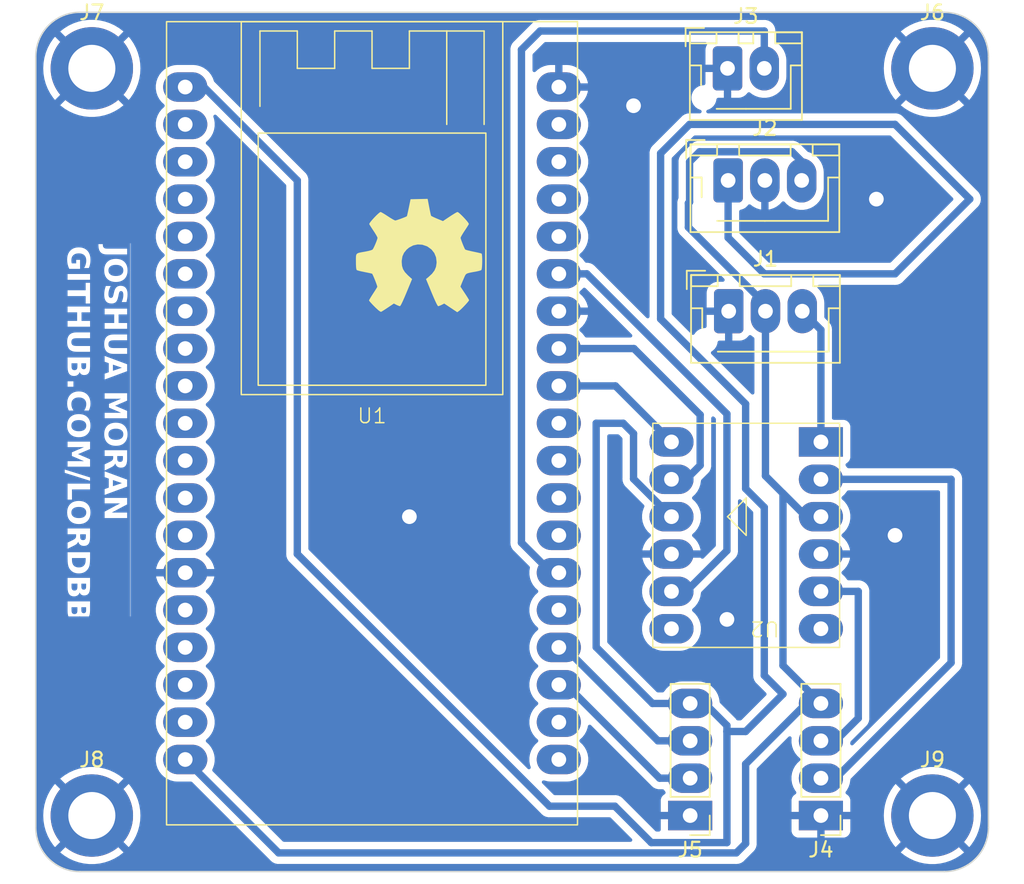
<source format=kicad_pcb>
(kicad_pcb (version 20221018) (generator pcbnew)
  (layers (0 "F.Cu" signal) (31 "B.Cu" signal) (34 "B.Paste" user) (35 "F.Paste" user) (36 "B.SilkS" user "B.Silkscreen") (37 "F.SilkS" user "F.Silkscreen") (38 "B.Mask" user) (39 "F.Mask" user) (44 "Edge.Cuts" user))
  (net 0 "")
  (net 1 "GND")
  (net 2 "+5V")
  (net 3 "Net-(J1-Pin_3)")
  (net 4 "+3.3V")
  (net 5 "Net-(J3-Pin_2)")
  (net 6 "Net-(J4-Pin_2)")
  (net 7 "Net-(J4-Pin_3)")
  (net 8 "Net-(J5-Pin_2)")
  (net 9 "Net-(J5-Pin_3)")
  (net 31 "Net-(U1-G18)")
  (net 32 "Net-(U1-G19)")
  (net 33 "Net-(U1-G21)")
  (footprint "Aliexpress:LogicLevelShifterBidirectional" (layer "F.Cu") (at 200.7 100.33 180)
    (fp_text reference "U2" (at -1.27 -7.62 180 unlocked) (layer "F.SilkS") (effects (font (thickness 0.1))))
    (fp_text value "~")
    (fp_line (start 0 -1.27) (end 1.27 0) (stroke (width 0.1)) (layer "F.SilkS"))
    (fp_line (start 0 1.27) (end 0 -1.27) (stroke (width 0.1)) (layer "F.SilkS"))
    (fp_line (start 1.27 0) (end 0 1.27) (stroke (width 0.1)) (layer "F.SilkS"))
    (fp_rect (start -6.35 -8.89) (end 6.35 6.35) (stroke (width 0.1)) (fill none) (layer "F.SilkS"))
    (pad "1" thru_hole rect (at -5.08 5.08 180) (size 3 2) (drill 1) (layers "*.Cu" "*.Mask") (net 3 "Net-(J1-Pin_3)"))
    (pad "2" thru_hole oval (at -5.08 2.54 180) (size 3 2) (drill 1) (layers "*.Cu" "*.Mask") (net 6 "Net-(J4-Pin_2)"))
    (pad "3" thru_hole oval (at -5.08 0 180) (size 3 2) (drill 1) (layers "*.Cu" "*.Mask") (net 2 "+5V"))
    (pad "4" thru_hole oval (at -5.08 -2.54 180) (size 3 2) (drill 1) (layers "*.Cu" "*.Mask") (net 1 "GND"))
    (pad "5" thru_hole oval (at -5.08 -5.08 180) (size 3 2) (drill 1) (layers "*.Cu" "*.Mask") (net 7 "Net-(J4-Pin_3)"))
    (pad "6" thru_hole oval (at -5.08 -7.62 180) (size 3 2) (drill 1) (layers "*.Cu" "*.Mask"))
    (pad "7" thru_hole oval (at 5.08 5.08 180) (size 3 2) (drill 1) (layers "*.Cu" "*.Mask") (net 31 "Net-(U1-G18)"))
    (pad "8" thru_hole oval (at 5.08 2.54 180) (size 3 2) (drill 1) (layers "*.Cu" "*.Mask") (net 32 "Net-(U1-G19)"))
    (pad "9" thru_hole oval (at 5.08 0 180) (size 3 2) (drill 1) (layers "*.Cu" "*.Mask") (net 4 "+3.3V"))
    (pad "10" thru_hole oval (at 5.08 -2.54 180) (size 3 2) (drill 1) (layers "*.Cu" "*.Mask") (net 1 "GND"))
    (pad "11" thru_hole oval (at 5.08 -5.08 180) (size 3 2) (drill 1) (layers "*.Cu" "*.Mask") (net 33 "Net-(U1-G21)"))
    (pad "12" thru_hole oval (at 5.08 -7.62 180) (size 3 2) (drill 1) (layers "*.Cu" "*.Mask"))
  )
  (footprint "LOGO" (layer "F.Cu") (at 178.435 82.55)
    (fp_text reference "G***" hide)
    (fp_text value "LOGO" hide)
    (fp_poly (pts (xy 0.711353 -3.271538) (xy 0.753131 -3.058126) (xy 0.79127 -2.87643) (xy 0.821821 -2.744383) (xy 0.840837 -2.679921) (xy 0.842078 -2.677694) (xy 0.89192 -2.645343) (xy 1.004763 -2.589362) (xy 1.161005 -2.519163) (xy 1.256905 -2.478497) (xy 1.646383 -2.316649) (xy 2.10942 -2.626275) (xy 2.291177 -2.744616) (xy 2.449978 -2.842083) (xy 2.569435 -2.909023) (xy 2.633161 -2.935783) (xy 2.635081 -2.935902) (xy 2.696744 -2.905051) (xy 2.797738 -2.822845) (xy 2.923435 -2.704802) (xy 3.059208 -2.566438) (xy 3.190428 -2.423271) (xy 3.302469 -2.29082) (xy 3.380703 -2.184602) (xy 3.410503 -2.120135) (xy 3.409617 -2.114223) (xy 3.375296 -2.05149) (xy 3.302384 -1.933693) (xy 3.202489 -1.77922) (xy 3.115562 -1.648452) (xy 3.005417 -1.478316) (xy 2.917141 -1.32992) (xy 2.861261 -1.221723) (xy 2.846935 -1.177423) (xy 2.863513 -1.105093) (xy 2.906585 -0.976858) (xy 2.966164 -0.817953) (xy 3.032261 -0.653616) (xy 3.094886 -0.509081) (xy 3.144051 -0.409586) (xy 3.160971 -0.384037) (xy 3.215889 -0.360544) (xy 3.339692 -0.325315) (xy 3.513853 -0.28317) (xy 3.713776 -0.240163) (xy 3.91986 -0.196919) (xy 4.094471 -0.157703) (xy 4.218797 -0.126914) (xy 4.273522 -0.109281) (xy 4.294036 -0.053701) (xy 4.307782 0.069023) (xy 4.315032 0.237349) (xy 4.316061 0.429734) (xy 4.311141 0.624636) (xy 4.300545 0.80051) (xy 4.284547 0.935815) (xy 4.263419 1.009008) (xy 4.259282 1.013769) (xy 4.188686 1.045052) (xy 4.059355 1.081251) (xy 3.914536 1.111601) (xy 3.654714 1.158247) (xy 3.467626 1.195) (xy 3.338664 1.228894) (xy 3.253219 1.266964) (xy 3.196686 1.316245) (xy 3.154454 1.383771) (xy 3.111918 1.476576) (xy 3.099792 1.503951) (xy 3.023419 1.679034) (xy 2.948869 1.855791) (xy 2.911404 1.947981) (xy 2.835808 2.138868) (xy 3.130514 2.581499) (xy 3.245197 2.756792) (xy 3.339035 2.906022) (xy 3.402288 3.013291) (xy 3.425219 3.062549) (xy 3.395815 3.114827) (xy 3.318015 3.212119) (xy 3.207439 3.337659) (xy 3.079706 3.474677) (xy 2.950435 3.606406) (xy 2.835245 3.716077) (xy 2.75189 3.785414) (xy 2.619068 3.879992) (xy 2.1764 3.585262) (xy 1.733732 3.290532) (xy 1.55813 3.380117) (xy 1.436426 3.435373) (xy 1.341047 3.466891) (xy 1.320022 3.469702) (xy 1.281246 3.428763) (xy 1.214267 3.309261) (xy 1.121484 3.116175) (xy 1.005293 2.85448) (xy 0.875339 2.546673) (xy 0.493163 1.623643) (xy 0.6577 1.490193) (xy 0.904692 1.262539) (xy 1.073667 1.037411) (xy 1.173543 0.79843) (xy 1.213236 0.529219) (xy 1.214762 0.467075) (xy 1.175706 0.142834) (xy 1.057393 -0.144757) (xy 0.864792 -0.387699) (xy 0.602874 -0.577995) (xy 0.547622 -0.606593) (xy 0.242058 -0.709498) (xy -0.068687 -0.727827) (xy -0.370739 -0.663906) (xy -0.650224 -0.520061) (xy -0.820938 -0.377147) (xy -0.999787 -0.157973) (xy -1.107193 0.079947) (xy -1.152605 0.360362) (xy -1.15559 0.464152) (xy -1.135922 0.726897) (xy -1.067688 0.948983) (xy -0.939806 1.153524) (xy -0.741193 1.363634) (xy -0.711115 1.391194) (xy -0.451289 1.626323) (xy -0.832219 2.548013) (xy -0.968002 2.869838) (xy -1.082765 3.127927) (xy -1.174092 3.317263) (xy -1.23957 3.432824) (xy -1.275597 3.469702) (xy -1.351667 3.450507) (xy -1.468093 3.402332) (xy -1.514412 3.379727) (xy -1.690779 3.289751) (xy -2.091785 3.559387) (xy -2.262186 3.672263) (xy -2.409942 3.767013) (xy -2.516697 3.832049) (xy -2.559349 3.854563) (xy -2.62447 3.834575) (xy -2.742539 3.746827) (xy -2.91116 3.59322) (xy -3.003321 3.502689) (xy -3.149933 3.352496) (xy -3.269975 3.222705) (xy -3.351044 3.127209) (xy -3.380735 3.07994) (xy -3.357574 3.026394) (xy -3.294798 2.916041) (xy -3.202465 2.765881) (xy -3.109324 2.621268) (xy -2.997801 2.449557) (xy -2.904628 2.30259) (xy -2.840735 2.197832) (xy -2.817809 2.155544) (xy -2.827485 2.100595) (xy -2.864502 1.985999) (xy -2.920265 1.833497) (xy -2.986176 1.664827) (xy -3.053637 1.501727) (xy -3.114051 1.365936) (xy -3.158822 1.279193) (xy -3.170973 1.262535) (xy -3.219824 1.247059) (xy -3.337656 1.21971) (xy -3.505925 1.184571) (xy -3.674625 1.151653) (xy -3.876039 1.110422) (xy -4.047332 1.069648) (xy -4.168049 1.034551) (xy -4.214798 1.013797) (xy -4.241924 0.953975) (xy -4.25972 0.823084) (xy -4.268832 0.614458) (xy -4.270403 0.438286) (xy -4.271482 0.217773) (xy -4.26612 0.06186) (xy -4.241417 -0.043284) (xy -4.184475 -0.11149) (xy -4.082394 -0.15659) (xy -3.922275 -0.192415) (xy -3.691219 -0.232796) (xy -3.635375 -0.242633) (xy -3.443341 -0.281643) (xy -3.281174 -0.323506) (xy -3.171251 -0.361988) (xy -3.139783 -0.380757) (xy -3.092032 -0.453305) (xy -3.02636 -0.5834) (xy -2.953746 -0.745118) (xy -2.885167 -0.912533) (xy -2.8316 -1.059723) (xy -2.804022 -1.160761) (xy -2.802452 -1.177423) (xy -2.826213 -1.242088) (xy -2.890477 -1.361167) (xy -2.984717 -1.5162) (xy -3.071079 -1.648452) (xy -3.183727 -1.818513) (xy -3.278226 -1.965888) (xy -3.342967 -2.072191) (xy -3.365134 -2.114223) (xy -3.345389 -2.169262) (xy -3.274776 -2.268985) (xy -3.1679 -2.397841) (xy -3.039367 -2.540279) (xy -2.903783 -2.680749) (xy -2.775754 -2.803699) (xy -2.669884 -2.89358) (xy -2.600781 -2.934839) (xy -2.593394 -2.935902) (xy -2.534504 -2.912306) (xy -2.419402 -2.848184) (xy -2.265105 -2.753533) (xy -2.101187 -2.64676) (xy -1.923769 -2.532346) (xy -1.767479 -2.43932) (xy -1.650093 -2.37777) (xy -1.591778 -2.357618) (xy -1.524794 -2.372756) (xy -1.401633 -2.412091) (xy -1.246914 -2.466503) (xy -1.085256 -2.526872) (xy -0.94128 -2.584077) (xy -0.839606 -2.629) (xy -0.806539 -2.648494) (xy -0.791966 -2.695717) (xy -0.763729 -2.813389) (xy -0.725656 -2.984725) (xy -0.681571 -3.192943) (xy -0.673089 -3.234032) (xy -0.556042 -3.803327) (xy 0.024967 -3.815681) (xy 0.605976 -3.828034)) (fill solid) (layer "F.SilkS"))
  )
  (footprint "MountingHole:MountingHole_3.2mm_M3_DIN965_Pad" (layer "F.Cu") (at 213.36 120.65)
    (fp_text reference "J9" (at 0 -3.8) (layer "F.SilkS"))
    (fp_text value "Conn_01x01_Pin")
    (pad "1" thru_hole circle (at 0 0) (size 5.6 5.6) (drill 3.2) (layers "*.Cu" "*.Mask") (net 1 "GND"))
  )
  (footprint "ESPModule:ESPModuleJaycar" (layer "F.Cu") (at 175.26 93.98)
    (fp_text reference "U1" (at 0 -0.5 unlocked) (layer "F.SilkS") (effects (font (thickness 0.1))))
    (fp_text value "~")
    (fp_line (start -7.62 -26.67) (end -5.08 -26.67) (stroke (width 0.1)) (layer "F.SilkS"))
    (fp_line (start -7.62 -21.5508) (end -7.62 -26.67) (stroke (width 0.1)) (layer "F.SilkS"))
    (fp_line (start -5.08 -26.67) (end -5.08 -24.13) (stroke (width 0.1)) (layer "F.SilkS"))
    (fp_line (start -5.08 -24.13) (end -2.54 -24.13) (stroke (width 0.1)) (layer "F.SilkS"))
    (fp_line (start -2.54 -26.67) (end 0 -26.67) (stroke (width 0.1)) (layer "F.SilkS"))
    (fp_line (start -2.54 -24.13) (end -2.54 -26.67) (stroke (width 0.1)) (layer "F.SilkS"))
    (fp_line (start 0 -26.67) (end 0 -24.13) (stroke (width 0.1)) (layer "F.SilkS"))
    (fp_line (start 0 -24.13) (end 2.54 -24.13) (stroke (width 0.1)) (layer "F.SilkS"))
    (fp_line (start 2.54 -26.67) (end 5.08 -26.67) (stroke (width 0.1)) (layer "F.SilkS"))
    (fp_line (start 2.54 -24.13) (end 2.54 -26.67) (stroke (width 0.1)) (layer "F.SilkS"))
    (fp_line (start 5.08 -26.67) (end 5.08 -20.32) (stroke (width 0.1)) (layer "F.SilkS"))
    (fp_line (start 5.08 -26.67) (end 7.62 -26.67) (stroke (width 0.1)) (layer "F.SilkS"))
    (fp_line (start 7.62 -26.67) (end 7.62 -20.32) (stroke (width 0.1)) (layer "F.SilkS"))
    (fp_rect (start -13.97 27.305) (end 13.97 -27.305) (stroke (width 0.1)) (fill none) (layer "F.SilkS"))
    (fp_rect (start -8.89 -27.305) (end 8.89 -1.95) (stroke (width 0.1)) (fill none) (layer "F.SilkS"))
    (fp_rect (start -7.74 -19.73) (end 7.74 -2.585) (stroke (width 0.1)) (fill none) (layer "F.SilkS"))
    (pad "1" thru_hole oval (at -12.7 22.86) (size 3 2) (drill 1) (layers "*.Cu" "*.Mask") (net 2 "+5V"))
    (pad "2" thru_hole oval (at -12.7 20.32) (size 3 2) (drill 1) (layers "*.Cu" "*.Mask"))
    (pad "3" thru_hole oval (at -12.7 17.78) (size 3 2) (drill 1) (layers "*.Cu" "*.Mask"))
    (pad "4" thru_hole oval (at -12.7 15.24) (size 3 2) (drill 1) (layers "*.Cu" "*.Mask"))
    (pad "5" thru_hole oval (at -12.7 12.7) (size 3 2) (drill 1) (layers "*.Cu" "*.Mask"))
    (pad "6" thru_hole oval (at -12.7 10.16) (size 3 2) (drill 1) (layers "*.Cu" "*.Mask") (net 1 "GND"))
    (pad "7" thru_hole oval (at -12.7 7.62) (size 3 2) (drill 1) (layers "*.Cu" "*.Mask"))
    (pad "8" thru_hole oval (at -12.7 5.08) (size 3 2) (drill 1) (layers "*.Cu" "*.Mask"))
    (pad "9" thru_hole oval (at -12.7 2.54) (size 3 2) (drill 1) (layers "*.Cu" "*.Mask"))
    (pad "10" thru_hole oval (at -12.7 0) (size 3 2) (drill 1) (layers "*.Cu" "*.Mask"))
    (pad "11" thru_hole oval (at -12.7 -2.54) (size 3 2) (drill 1) (layers "*.Cu" "*.Mask"))
    (pad "12" thru_hole oval (at -12.7 -5.08) (size 3 2) (drill 1) (layers "*.Cu" "*.Mask"))
    (pad "13" thru_hole oval (at -12.7 -7.62) (size 3 2) (drill 1) (layers "*.Cu" "*.Mask"))
    (pad "14" thru_hole oval (at -12.7 -10.16) (size 3 2) (drill 1) (layers "*.Cu" "*.Mask"))
    (pad "15" thru_hole oval (at -12.7 -12.7) (size 3 2) (drill 1) (layers "*.Cu" "*.Mask"))
    (pad "16" thru_hole oval (at -12.7 -15.24) (size 3 2) (drill 1) (layers "*.Cu" "*.Mask"))
    (pad "17" thru_hole oval (at -12.7 -17.78) (size 3 2) (drill 1) (layers "*.Cu" "*.Mask"))
    (pad "18" thru_hole oval (at -12.7 -20.32) (size 3 2) (drill 1) (layers "*.Cu" "*.Mask"))
    (pad "19" thru_hole oval (at -12.7 -22.86) (size 3 2) (drill 1) (layers "*.Cu" "*.Mask") (net 4 "+3.3V"))
    (pad "20" thru_hole oval (at 12.7 22.86) (size 3 2) (drill 1) (layers "*.Cu" "*.Mask"))
    (pad "21" thru_hole oval (at 12.7 20.32) (size 3 2) (drill 1) (layers "*.Cu" "*.Mask"))
    (pad "22" thru_hole oval (at 12.7 17.78) (size 3 2) (drill 1) (layers "*.Cu" "*.Mask") (net 8 "Net-(J5-Pin_2)"))
    (pad "23" thru_hole oval (at 12.7 15.24) (size 3 2) (drill 1) (layers "*.Cu" "*.Mask") (net 9 "Net-(J5-Pin_3)"))
    (pad "24" thru_hole oval (at 12.7 12.7) (size 3 2) (drill 1) (layers "*.Cu" "*.Mask"))
    (pad "25" thru_hole oval (at 12.7 10.16) (size 3 2) (drill 1) (layers "*.Cu" "*.Mask") (net 5 "Net-(J3-Pin_2)"))
    (pad "26" thru_hole oval (at 12.7 7.62) (size 3 2) (drill 1) (layers "*.Cu" "*.Mask"))
    (pad "27" thru_hole oval (at 12.7 5.08) (size 3 2) (drill 1) (layers "*.Cu" "*.Mask"))
    (pad "28" thru_hole oval (at 12.7 2.54) (size 3 2) (drill 1) (layers "*.Cu" "*.Mask"))
    (pad "29" thru_hole oval (at 12.7 0) (size 3 2) (drill 1) (layers "*.Cu" "*.Mask"))
    (pad "30" thru_hole oval (at 12.7 -2.54) (size 3 2) (drill 1) (layers "*.Cu" "*.Mask") (net 31 "Net-(U1-G18)"))
    (pad "31" thru_hole oval (at 12.7 -5.08) (size 3 2) (drill 1) (layers "*.Cu" "*.Mask") (net 32 "Net-(U1-G19)"))
    (pad "32" thru_hole oval (at 12.7 -7.62) (size 3 2) (drill 1) (layers "*.Cu" "*.Mask") (net 1 "GND"))
    (pad "33" thru_hole oval (at 12.7 -10.16) (size 3 2) (drill 1) (layers "*.Cu" "*.Mask") (net 33 "Net-(U1-G21)"))
    (pad "34" thru_hole oval (at 12.7 -12.7) (size 3 2) (drill 1) (layers "*.Cu" "*.Mask"))
    (pad "35" thru_hole oval (at 12.7 -15.24) (size 3 2) (drill 1) (layers "*.Cu" "*.Mask"))
    (pad "36" thru_hole oval (at 12.7 -17.78) (size 3 2) (drill 1) (layers "*.Cu" "*.Mask"))
    (pad "37" thru_hole oval (at 12.7 -20.32) (size 3 2) (drill 1) (layers "*.Cu" "*.Mask"))
    (pad "38" thru_hole oval (at 12.7 -22.86) (size 3 2) (drill 1) (layers "*.Cu" "*.Mask") (net 1 "GND"))
  )
  (footprint "Connector_JST:JST_XH_B2B-XH-AM_1x02_P2.50mm_Vertical" (layer "F.Cu") (at 199.43 69.85)
    (fp_text reference "J3" (at 1.25 -3.55) (layer "F.SilkS"))
    (fp_text value "Conn_01x02_Pin")
    (fp_line (start -2.85 -2.75) (end -2.85 -1.5) (stroke (width 0.12)) (layer "F.SilkS"))
    (fp_line (start -2.56 -2.46) (end -2.56 3.51) (stroke (width 0.12)) (layer "F.SilkS"))
    (fp_line (start -2.56 3.51) (end 5.06 3.51) (stroke (width 0.12)) (layer "F.SilkS"))
    (fp_line (start -2.55 -2.45) (end -2.55 -1.7) (stroke (width 0.12)) (layer "F.SilkS"))
    (fp_line (start -2.55 -1.7) (end -0.75 -1.7) (stroke (width 0.12)) (layer "F.SilkS"))
    (fp_line (start -2.55 -0.2) (end -1.8 -0.2) (stroke (width 0.12)) (layer "F.SilkS"))
    (fp_line (start -1.8 -0.2) (end -1.8 1.14) (stroke (width 0.12)) (layer "F.SilkS"))
    (fp_line (start -1.6 -2.75) (end -2.85 -2.75) (stroke (width 0.12)) (layer "F.SilkS"))
    (fp_line (start -0.75 -2.45) (end -2.55 -2.45) (stroke (width 0.12)) (layer "F.SilkS"))
    (fp_line (start -0.75 -1.7) (end -0.75 -2.45) (stroke (width 0.12)) (layer "F.SilkS"))
    (fp_line (start 0.75 -2.45) (end 0.75 -1.7) (stroke (width 0.12)) (layer "F.SilkS"))
    (fp_line (start 0.75 -1.7) (end 1.75 -1.7) (stroke (width 0.12)) (layer "F.SilkS"))
    (fp_line (start 1.25 2.75) (end -0.74 2.75) (stroke (width 0.12)) (layer "F.SilkS"))
    (fp_line (start 1.75 -2.45) (end 0.75 -2.45) (stroke (width 0.12)) (layer "F.SilkS"))
    (fp_line (start 1.75 -1.7) (end 1.75 -2.45) (stroke (width 0.12)) (layer "F.SilkS"))
    (fp_line (start 3.25 -2.45) (end 3.25 -1.7) (stroke (width 0.12)) (layer "F.SilkS"))
    (fp_line (start 3.25 -1.7) (end 5.05 -1.7) (stroke (width 0.12)) (layer "F.SilkS"))
    (fp_line (start 4.3 -0.2) (end 4.3 2.75) (stroke (width 0.12)) (layer "F.SilkS"))
    (fp_line (start 4.3 2.75) (end 1.25 2.75) (stroke (width 0.12)) (layer "F.SilkS"))
    (fp_line (start 5.05 -2.45) (end 3.25 -2.45) (stroke (width 0.12)) (layer "F.SilkS"))
    (fp_line (start 5.05 -1.7) (end 5.05 -2.45) (stroke (width 0.12)) (layer "F.SilkS"))
    (fp_line (start 5.05 -0.2) (end 4.3 -0.2) (stroke (width 0.12)) (layer "F.SilkS"))
    (fp_line (start 5.06 -2.46) (end -2.56 -2.46) (stroke (width 0.12)) (layer "F.SilkS"))
    (fp_line (start 5.06 3.51) (end 5.06 -2.46) (stroke (width 0.12)) (layer "F.SilkS"))
    (pad "" np_thru_hole circle (at -1.6 2) (size 1.2 1.2) (drill 1.2) (layers "*.Cu" "*.Mask"))
    (pad "1" thru_hole roundrect (at 0 0) (size 2 3) (drill 1) (layers "*.Cu" "*.Mask") (roundrect_rratio 0.147059) (net 1 "GND"))
    (pad "2" thru_hole oval (at 2.5 0) (size 2 3) (drill 1) (layers "*.Cu" "*.Mask") (net 5 "Net-(J3-Pin_2)"))
  )
  (footprint "MountingHole:MountingHole_3.2mm_M3_DIN965_Pad" (layer "F.Cu") (at 213.36 69.85)
    (fp_text reference "J6" (at 0 -3.8) (layer "F.SilkS"))
    (fp_text value "Conn_01x01_Pin")
    (pad "1" thru_hole circle (at 0 0) (size 5.6 5.6) (drill 3.2) (layers "*.Cu" "*.Mask") (net 1 "GND"))
  )
  (footprint "Connector_JST:JST_XH_B3B-XH-AM_1x03_P2.50mm_Vertical" (layer "F.Cu") (at 199.51 86.36)
    (fp_text reference "J1" (at 2.5 -3.55) (layer "F.SilkS"))
    (fp_text value "Conn_01x03_Pin")
    (fp_line (start -2.85 -2.75) (end -2.85 -1.5) (stroke (width 0.12)) (layer "F.SilkS"))
    (fp_line (start -2.56 -2.46) (end -2.56 3.51) (stroke (width 0.12)) (layer "F.SilkS"))
    (fp_line (start -2.56 3.51) (end 7.56 3.51) (stroke (width 0.12)) (layer "F.SilkS"))
    (fp_line (start -2.55 -2.45) (end -2.55 -1.7) (stroke (width 0.12)) (layer "F.SilkS"))
    (fp_line (start -2.55 -1.7) (end -0.75 -1.7) (stroke (width 0.12)) (layer "F.SilkS"))
    (fp_line (start -2.55 -0.2) (end -1.8 -0.2) (stroke (width 0.12)) (layer "F.SilkS"))
    (fp_line (start -1.8 -0.2) (end -1.8 1.14) (stroke (width 0.12)) (layer "F.SilkS"))
    (fp_line (start -1.6 -2.75) (end -2.85 -2.75) (stroke (width 0.12)) (layer "F.SilkS"))
    (fp_line (start -0.75 -2.45) (end -2.55 -2.45) (stroke (width 0.12)) (layer "F.SilkS"))
    (fp_line (start -0.75 -1.7) (end -0.75 -2.45) (stroke (width 0.12)) (layer "F.SilkS"))
    (fp_line (start 0.75 -2.45) (end 0.75 -1.7) (stroke (width 0.12)) (layer "F.SilkS"))
    (fp_line (start 0.75 -1.7) (end 4.25 -1.7) (stroke (width 0.12)) (layer "F.SilkS"))
    (fp_line (start 2.5 2.75) (end -0.74 2.75) (stroke (width 0.12)) (layer "F.SilkS"))
    (fp_line (start 4.25 -2.45) (end 0.75 -2.45) (stroke (width 0.12)) (layer "F.SilkS"))
    (fp_line (start 4.25 -1.7) (end 4.25 -2.45) (stroke (width 0.12)) (layer "F.SilkS"))
    (fp_line (start 5.75 -2.45) (end 5.75 -1.7) (stroke (width 0.12)) (layer "F.SilkS"))
    (fp_line (start 5.75 -1.7) (end 7.55 -1.7) (stroke (width 0.12)) (layer "F.SilkS"))
    (fp_line (start 6.8 -0.2) (end 6.8 2.75) (stroke (width 0.12)) (layer "F.SilkS"))
    (fp_line (start 6.8 2.75) (end 2.5 2.75) (stroke (width 0.12)) (layer "F.SilkS"))
    (fp_line (start 7.55 -2.45) (end 5.75 -2.45) (stroke (width 0.12)) (layer "F.SilkS"))
    (fp_line (start 7.55 -1.7) (end 7.55 -2.45) (stroke (width 0.12)) (layer "F.SilkS"))
    (fp_line (start 7.55 -0.2) (end 6.8 -0.2) (stroke (width 0.12)) (layer "F.SilkS"))
    (fp_line (start 7.56 -2.46) (end -2.56 -2.46) (stroke (width 0.12)) (layer "F.SilkS"))
    (fp_line (start 7.56 3.51) (end 7.56 -2.46) (stroke (width 0.12)) (layer "F.SilkS"))
    (pad "" np_thru_hole circle (at -1.6 2) (size 1.2 1.2) (drill 1.2) (layers "*.Cu" "*.Mask"))
    (pad "1" thru_hole roundrect (at 0 0) (size 2 3) (drill 1) (layers "*.Cu" "*.Mask") (roundrect_rratio 0.147059) (net 1 "GND"))
    (pad "2" thru_hole oval (at 2.5 0) (size 2 3) (drill 1) (layers "*.Cu" "*.Mask") (net 2 "+5V"))
    (pad "3" thru_hole oval (at 5 0) (size 2 3) (drill 1) (layers "*.Cu" "*.Mask") (net 3 "Net-(J1-Pin_3)"))
  )
  (footprint "Connector_PinHeader_2.54mm:PinHeader_1x04_P2.54mm_Vertical" (layer "F.Cu") (at 205.78 120.65 180)
    (fp_text reference "J4" (at 0 -2.33) (layer "F.SilkS"))
    (fp_text value "Conn_01x04_Pin")
    (fp_line (start -1.33 -1.33) (end 0 -1.33) (stroke (width 0.12)) (layer "F.SilkS"))
    (fp_line (start -1.33 0) (end -1.33 -1.33) (stroke (width 0.12)) (layer "F.SilkS"))
    (fp_line (start -1.33 1.27) (end -1.33 8.95) (stroke (width 0.12)) (layer "F.SilkS"))
    (fp_line (start -1.33 1.27) (end 1.33 1.27) (stroke (width 0.12)) (layer "F.SilkS"))
    (fp_line (start -1.33 8.95) (end 1.33 8.95) (stroke (width 0.12)) (layer "F.SilkS"))
    (fp_line (start 1.33 1.27) (end 1.33 8.95) (stroke (width 0.12)) (layer "F.SilkS"))
    (pad "1" thru_hole rect (at 0 0 180) (size 3 2) (drill 1) (layers "*.Cu" "*.Mask") (net 1 "GND"))
    (pad "2" thru_hole oval (at 0 2.54 180) (size 3 2) (drill 1) (layers "*.Cu" "*.Mask") (net 6 "Net-(J4-Pin_2)"))
    (pad "3" thru_hole oval (at 0 5.08 180) (size 3 2) (drill 1) (layers "*.Cu" "*.Mask") (net 7 "Net-(J4-Pin_3)"))
    (pad "4" thru_hole oval (at 0 7.62 180) (size 3 2) (drill 1) (layers "*.Cu" "*.Mask") (net 2 "+5V"))
  )
  (footprint "MountingHole:MountingHole_3.2mm_M3_DIN965_Pad" (layer "F.Cu") (at 156.21 69.85)
    (fp_text reference "J7" (at 0 -3.8) (layer "F.SilkS"))
    (fp_text value "Conn_01x01_Pin")
    (pad "1" thru_hole circle (at 0 0) (size 5.6 5.6) (drill 3.2) (layers "*.Cu" "*.Mask") (net 1 "GND"))
  )
  (footprint "MountingHole:MountingHole_3.2mm_M3_DIN965_Pad" (layer "F.Cu") (at 156.21 120.65)
    (fp_text reference "J8" (at 0 -3.8) (layer "F.SilkS"))
    (fp_text value "Conn_01x01_Pin")
    (pad "1" thru_hole circle (at 0 0) (size 5.6 5.6) (drill 3.2) (layers "*.Cu" "*.Mask") (net 1 "GND"))
  )
  (footprint "Connector_PinHeader_2.54mm:PinHeader_1x04_P2.54mm_Vertical" (layer "F.Cu") (at 196.89 120.65 180)
    (fp_text reference "J5" (at 0 -2.33) (layer "F.SilkS"))
    (fp_text value "Conn_01x04_Pin" hide)
    (fp_line (start -1.33 -1.33) (end 0 -1.33) (stroke (width 0.12)) (layer "F.SilkS"))
    (fp_line (start -1.33 0) (end -1.33 -1.33) (stroke (width 0.12)) (layer "F.SilkS"))
    (fp_line (start -1.33 1.27) (end -1.33 8.95) (stroke (width 0.12)) (layer "F.SilkS"))
    (fp_line (start -1.33 1.27) (end 1.33 1.27) (stroke (width 0.12)) (layer "F.SilkS"))
    (fp_line (start -1.33 8.95) (end 1.33 8.95) (stroke (width 0.12)) (layer "F.SilkS"))
    (fp_line (start 1.33 1.27) (end 1.33 8.95) (stroke (width 0.12)) (layer "F.SilkS"))
    (pad "1" thru_hole rect (at 0 0 180) (size 3 2) (drill 1) (layers "*.Cu" "*.Mask") (net 1 "GND"))
    (pad "2" thru_hole oval (at 0 2.54 180) (size 3 2) (drill 1) (layers "*.Cu" "*.Mask") (net 8 "Net-(J5-Pin_2)"))
    (pad "3" thru_hole oval (at 0 5.08 180) (size 3 2) (drill 1) (layers "*.Cu" "*.Mask") (net 9 "Net-(J5-Pin_3)"))
    (pad "4" thru_hole oval (at 0 7.62 180) (size 3 2) (drill 1) (layers "*.Cu" "*.Mask") (net 4 "+3.3V"))
  )
  (footprint "Connector_JST:JST_XH_B3B-XH-AM_1x03_P2.50mm_Vertical" (layer "F.Cu") (at 199.47 77.47)
    (fp_text reference "J2" (at 2.5 -3.55) (layer "F.SilkS"))
    (fp_text value "Conn_01x03_Pin")
    (fp_line (start -2.85 -2.75) (end -2.85 -1.5) (stroke (width 0.12)) (layer "F.SilkS"))
    (fp_line (start -2.56 -2.46) (end -2.56 3.51) (stroke (width 0.12)) (layer "F.SilkS"))
    (fp_line (start -2.56 3.51) (end 7.56 3.51) (stroke (width 0.12)) (layer "F.SilkS"))
    (fp_line (start -2.55 -2.45) (end -2.55 -1.7) (stroke (width 0.12)) (layer "F.SilkS"))
    (fp_line (start -2.55 -1.7) (end -0.75 -1.7) (stroke (width 0.12)) (layer "F.SilkS"))
    (fp_line (start -2.55 -0.2) (end -1.8 -0.2) (stroke (width 0.12)) (layer "F.SilkS"))
    (fp_line (start -1.8 -0.2) (end -1.8 1.14) (stroke (width 0.12)) (layer "F.SilkS"))
    (fp_line (start -1.6 -2.75) (end -2.85 -2.75) (stroke (width 0.12)) (layer "F.SilkS"))
    (fp_line (start -0.75 -2.45) (end -2.55 -2.45) (stroke (width 0.12)) (layer "F.SilkS"))
    (fp_line (start -0.75 -1.7) (end -0.75 -2.45) (stroke (width 0.12)) (layer "F.SilkS"))
    (fp_line (start 0.75 -2.45) (end 0.75 -1.7) (stroke (width 0.12)) (layer "F.SilkS"))
    (fp_line (start 0.75 -1.7) (end 4.25 -1.7) (stroke (width 0.12)) (layer "F.SilkS"))
    (fp_line (start 2.5 2.75) (end -0.74 2.75) (stroke (width 0.12)) (layer "F.SilkS"))
    (fp_line (start 4.25 -2.45) (end 0.75 -2.45) (stroke (width 0.12)) (layer "F.SilkS"))
    (fp_line (start 4.25 -1.7) (end 4.25 -2.45) (stroke (width 0.12)) (layer "F.SilkS"))
    (fp_line (start 5.75 -2.45) (end 5.75 -1.7) (stroke (width 0.12)) (layer "F.SilkS"))
    (fp_line (start 5.75 -1.7) (end 7.55 -1.7) (stroke (width 0.12)) (layer "F.SilkS"))
    (fp_line (start 6.8 -0.2) (end 6.8 2.75) (stroke (width 0.12)) (layer "F.SilkS"))
    (fp_line (start 6.8 2.75) (end 2.5 2.75) (stroke (width 0.12)) (layer "F.SilkS"))
    (fp_line (start 7.55 -2.45) (end 5.75 -2.45) (stroke (width 0.12)) (layer "F.SilkS"))
    (fp_line (start 7.55 -1.7) (end 7.55 -2.45) (stroke (width 0.12)) (layer "F.SilkS"))
    (fp_line (start 7.55 -0.2) (end 6.8 -0.2) (stroke (width 0.12)) (layer "F.SilkS"))
    (fp_line (start 7.56 -2.46) (end -2.56 -2.46) (stroke (width 0.12)) (layer "F.SilkS"))
    (fp_line (start 7.56 3.51) (end 7.56 -2.46) (stroke (width 0.12)) (layer "F.SilkS"))
    (pad "" np_thru_hole circle (at -1.6 2) (size 1.2 1.2) (drill 1.2) (layers "*.Cu" "*.Mask"))
    (pad "1" thru_hole roundrect (at 0 0) (size 2 3) (drill 1) (layers "*.Cu" "*.Mask") (roundrect_rratio 0.147059) (net 4 "+3.3V"))
    (pad "2" thru_hole oval (at 2.5 0) (size 2 3) (drill 1) (layers "*.Cu" "*.Mask") (net 1 "GND"))
    (pad "3" thru_hole oval (at 5 0) (size 2 3) (drill 1) (layers "*.Cu" "*.Mask") (net 2 "+5V"))
  )
  (gr_line (start 217.17 69.04) (end 217.17 121.46) (stroke (width 0.1)) (layer "Edge.Cuts"))
  (gr_arc (start 152.4 69.04) (mid 153.27868 66.91868) (end 155.4 66.04) (stroke (width 0.1)) (layer "Edge.Cuts"))
  (gr_arc (start 155.4 124.46) (mid 153.27868 123.58132) (end 152.4 121.46) (stroke (width 0.1)) (layer "Edge.Cuts"))
  (gr_line (start 152.4 121.46) (end 152.4 69.04) (stroke (width 0.1)) (layer "Edge.Cuts"))
  (gr_arc (start 217.17 121.46) (mid 216.29132 123.58132) (end 214.17 124.46) (stroke (width 0.1)) (layer "Edge.Cuts"))
  (gr_line (start 214.17 124.46) (end 155.4 124.46) (stroke (width 0.1)) (layer "Edge.Cuts"))
  (gr_arc (start 214.17 66.04) (mid 216.29132 66.91868) (end 217.17 69.04) (stroke (width 0.1)) (layer "Edge.Cuts"))
  (gr_line (start 155.4 66.04) (end 214.17 66.04) (stroke (width 0.1)) (layer "Edge.Cuts"))
  (gr_text "JOSHUA MORAN\nGITHUB.COM/LORDBBQ" (at 154.305 81.915 270) (layer "B.Cu" knockout) (effects (font (size 1.5 1.5) (thickness 0.3) bold) (justify left bottom)))
  (via (at 210.82 101.6) (size 3) (drill 1) (layers "F.Cu" "B.Cu") (net 1))
  (via (at 199.39 107.315) (size 3) (drill 1) (layers "F.Cu" "B.Cu") (net 1))
  (via (at 177.8 100.33) (size 3) (drill 1) (layers "F.Cu" "B.Cu") (net 1))
  (via (at 209.55 78.74) (size 3) (drill 1) (layers "F.Cu" "B.Cu") (net 1))
  (via (at 193.04 72.39) (size 3) (drill 1) (layers "F.Cu" "B.Cu") (net 1))
  (segment (start 194.62 102.87) (end 195.62 102.87) (width 0.5) (layer "B.Cu") (net 1))
  (segment (start 194.53 102.87) (end 195.62 102.87) (width 0.5) (layer "B.Cu") (net 1))
  (segment (start 200.66 122.555) (end 200.025 123.19) (width 0.5) (layer "B.Cu") (net 2))
  (segment (start 197.53 75.52) (end 196.85 76.2) (width 0.5) (layer "B.Cu") (net 2))
  (segment (start 200.025 123.19) (end 168.91 123.19) (width 0.5) (layer "B.Cu") (net 2))
  (segment (start 204.78 100.33) (end 202.01 97.56) (width 0.5) (layer "B.Cu") (net 2))
  (segment (start 196.85 78.934365) (end 196.77 79.014365) (width 0.5) (layer "B.Cu") (net 2))
  (segment (start 203.2 110.45) (end 205.78 113.03) (width 0.5) (layer "B.Cu") (net 2))
  (segment (start 204.78 113.03) (end 200.66 117.15) (width 0.5) (layer "B.Cu") (net 2))
  (segment (start 204.47 76.174695) (end 203.815305 75.52) (width 0.5) (layer "B.Cu") (net 2))
  (segment (start 168.91 123.19) (end 162.56 116.84) (width 0.5) (layer "B.Cu") (net 2))
  (segment (start 200.66 117.15) (end 200.66 122.555) (width 0.5) (layer "B.Cu") (net 2))
  (segment (start 204.47 77.47) (end 204.47 76.174695) (width 0.5) (layer "B.Cu") (net 2))
  (segment (start 196.77 79.014365) (end 196.77 80.655894) (width 0.5) (layer "B.Cu") (net 2))
  (segment (start 203.815305 75.52) (end 197.53 75.52) (width 0.5) (layer "B.Cu") (net 2))
  (segment (start 205.78 113.03) (end 204.78 113.03) (width 0.5) (layer "B.Cu") (net 2))
  (segment (start 202.01 97.56) (end 202.01 86.36) (width 0.5) (layer "B.Cu") (net 2))
  (segment (start 196.77 80.655894) (end 202.01 85.895894) (width 0.5) (layer "B.Cu") (net 2))
  (segment (start 204.78 100.33) (end 203.2 98.75) (width 0.5) (layer "B.Cu") (net 2))
  (segment (start 203.2 98.75) (end 203.2 110.45) (width 0.5) (layer "B.Cu") (net 2))
  (segment (start 202.01 85.895894) (end 202.01 86.36) (width 0.5) (layer "B.Cu") (net 2))
  (segment (start 196.85 76.2) (end 196.85 78.934365) (width 0.5) (layer "B.Cu") (net 2))
  (segment (start 205.78 100.33) (end 204.78 100.33) (width 0.5) (layer "B.Cu") (net 2))
  (segment (start 205.78 87.63) (end 204.51 86.36) (width 0.5) (layer "B.Cu") (net 3))
  (segment (start 205.78 95.25) (end 205.78 87.63) (width 0.5) (layer "B.Cu") (net 3))
  (segment (start 199.47 77.47) (end 199.47 81.36) (width 0.5) (layer "B.Cu") (net 4))
  (segment (start 196.90061 113.03) (end 196.89 113.03) (width 0.5) (layer "B.Cu") (net 4))
  (segment (start 210.82 83.82) (end 215.900001 78.74) (width 0.5) (layer "B.Cu") (net 4))
  (segment (start 196.85 73.66) (end 194.88 75.63) (width 0.5) (layer "B.Cu") (net 4))
  (segment (start 210.820001 73.66) (end 196.85 73.66) (width 0.5) (layer "B.Cu") (net 4))
  (segment (start 170.18 102.87) (end 170.18 77.47) (width 0.5) (layer "B.Cu") (net 4))
  (segment (start 191.77 120.015) (end 187.325 120.015) (width 0.5) (layer "B.Cu") (net 4))
  (segment (start 195.60939 100.33) (end 195.62 100.33) (width 0.5) (layer "B.Cu") (net 4))
  (segment (start 193.04 94.68) (end 193.04 97.76061) (width 0.5) (layer "B.Cu") (net 4))
  (segment (start 199.39 122.49) (end 194.245 122.49) (width 0.5) (layer "B.Cu") (net 4))
  (segment (start 199.39 114.935) (end 199.39 122.49) (width 0.5) (layer "B.Cu") (net 4))
  (segment (start 190.5 93.98) (end 192.34 93.98) (width 0.5) (layer "B.Cu") (net 4))
  (segment (start 163.83 71.12) (end 162.56 71.12) (width 0.5) (layer "B.Cu") (net 4))
  (segment (start 200.66 98.425) (end 201.93 99.695) (width 0.5) (layer "B.Cu") (net 4))
  (segment (start 201.93 83.82) (end 210.82 83.82) (width 0.5) (layer "B.Cu") (net 4))
  (segment (start 196.89 113.03) (end 194.33 113.03) (width 0.5) (layer "B.Cu") (net 4))
  (segment (start 187.325 120.015) (end 170.18 102.87) (width 0.5) (layer "B.Cu") (net 4))
  (segment (start 190.5 109.2) (end 190.5 93.98) (width 0.5) (layer "B.Cu") (net 4))
  (segment (start 194.33 113.03) (end 190.5 109.2) (width 0.5) (layer "B.Cu") (net 4))
  (segment (start 215.900001 78.74) (end 210.820001 73.66) (width 0.5) (layer "B.Cu") (net 4))
  (segment (start 200.66 114.935) (end 199.39 114.935) (width 0.5) (layer "B.Cu") (net 4))
  (segment (start 199.47 81.36) (end 201.93 83.82) (width 0.5) (layer "B.Cu") (net 4))
  (segment (start 193.04 97.76061) (end 195.60939 100.33) (width 0.5) (layer "B.Cu") (net 4))
  (segment (start 196.89 113.03) (end 197.89 113.03) (width 0.5) (layer "B.Cu") (net 4))
  (segment (start 192.34 93.98) (end 193.04 94.68) (width 0.5) (layer "B.Cu") (net 4))
  (segment (start 170.18 77.47) (end 163.83 71.12) (width 0.5) (layer "B.Cu") (net 4))
  (segment (start 201.93 111.125) (end 203.2 112.395) (width 0.5) (layer "B.Cu") (net 4))
  (segment (start 194.245 122.49) (end 191.77 120.015) (width 0.5) (layer "B.Cu") (net 4))
  (segment (start 200.66 92.665635) (end 200.66 98.425) (width 0.5) (layer "B.Cu") (net 4))
  (segment (start 199.39 114.53) (end 199.39 114.935) (width 0.5) (layer "B.Cu") (net 4))
  (segment (start 199.47 77.47) (end 199.47 77.55) (width 0.5) (layer "B.Cu") (net 4))
  (segment (start 201.93 99.695) (end 201.93 111.125) (width 0.5) (layer "B.Cu") (net 4))
  (segment (start 203.2 112.395) (end 200.66 114.935) (width 0.5) (layer "B.Cu") (net 4))
  (segment (start 194.88 86.885635) (end 200.66 92.665635) (width 0.5) (layer "B.Cu") (net 4))
  (segment (start 197.89 113.03) (end 199.39 114.53) (width 0.5) (layer "B.Cu") (net 4))
  (segment (start 194.88 75.63) (end 194.88 86.885635) (width 0.5) (layer "B.Cu") (net 4))
  (segment (start 185.42 102.1) (end 187.46 104.14) (width 0.5) (layer "B.Cu") (net 5))
  (segment (start 187.46 104.14) (end 187.96 104.14) (width 0.5) (layer "B.Cu") (net 5))
  (segment (start 201.93 67.31) (end 186.69 67.31) (width 0.5) (layer "B.Cu") (net 5))
  (segment (start 186.69 67.31) (end 185.42 68.58) (width 0.5) (layer "B.Cu") (net 5))
  (segment (start 201.93 69.85) (end 201.93 67.31) (width 0.5) (layer "B.Cu") (net 5))
  (segment (start 185.42 68.58) (end 185.42 102.1) (width 0.5) (layer "B.Cu") (net 5))
  (segment (start 214.63 110.26) (end 214.63 97.79) (width 0.5) (layer "B.Cu") (net 6))
  (segment (start 206.78 118.11) (end 214.63 110.26) (width 0.5) (layer "B.Cu") (net 6))
  (segment (start 214.63 97.79) (end 205.78 97.79) (width 0.5) (layer "B.Cu") (net 6))
  (segment (start 205.78 118.11) (end 206.78 118.11) (width 0.5) (layer "B.Cu") (net 6))
  (segment (start 205.78 115.57) (end 206.78 115.57) (width 0.5) (layer "B.Cu") (net 7))
  (segment (start 206.78 115.57) (end 208.32 114.03) (width 0.5) (layer "B.Cu") (net 7))
  (segment (start 208.32 105.41) (end 205.78 105.41) (width 0.5) (layer "B.Cu") (net 7))
  (segment (start 208.32 114.03) (end 208.32 105.41) (width 0.5) (layer "B.Cu") (net 7))
  (segment (start 188.46 111.76) (end 187.96 111.76) (width 0.5) (layer "B.Cu") (net 8))
  (segment (start 194.81 118.11) (end 188.46 111.76) (width 0.5) (layer "B.Cu") (net 8))
  (segment (start 196.89 118.11) (end 194.81 118.11) (width 0.5) (layer "B.Cu") (net 8))
  (segment (start 194.69939 115.57) (end 188.34939 109.22) (width 0.5) (layer "B.Cu") (net 9))
  (segment (start 196.89 115.57) (end 194.69939 115.57) (width 0.5) (layer "B.Cu") (net 9))
  (segment (start 188.34939 109.22) (end 187.96 109.22) (width 0.5) (layer "B.Cu") (net 9))
  (segment (start 188.46 109.22) (end 187.96 109.22) (width 0.5) (layer "B.Cu") (net 9))
  (segment (start 191.81 91.44) (end 187.96 91.44) (width 0.5) (layer "B.Cu") (net 31))
  (segment (start 195.62 95.25) (end 191.81 91.44) (width 0.5) (layer "B.Cu") (net 31))
  (segment (start 197.57 93.404695) (end 193.065305 88.9) (width 0.5) (layer "B.Cu") (net 32))
  (segment (start 197.57 96.84) (end 197.57 93.404695) (width 0.5) (layer "B.Cu") (net 32))
  (segment (start 193.065305 88.9) (end 187.96 88.9) (width 0.5) (layer "B.Cu") (net 32))
  (segment (start 196.62 97.79) (end 197.57 96.84) (width 0.5) (layer "B.Cu") (net 32))
  (segment (start 195.62 97.79) (end 196.62 97.79) (width 0.5) (layer "B.Cu") (net 32))
  (segment (start 199.39 93.345) (end 189.865 83.82) (width 0.5) (layer "B.Cu") (net 33))
  (segment (start 189.865 83.82) (end 187.96 83.82) (width 0.5) (layer "B.Cu") (net 33))
  (segment (start 195.62 105.41) (end 196.62 105.41) (width 0.5) (layer "B.Cu") (net 33))
  (segment (start 196.62 105.41) (end 199.39 102.64) (width 0.5) (layer "B.Cu") (net 33))
  (segment (start 199.39 102.64) (end 199.39 93.345) (width 0.5) (layer "B.Cu") (net 33))
  (zone (net 1) (net_name "GND") (layer "B.Cu") (connect_pads (clearance 0.5)) (min_thickness 0.25) (fill yes (thermal_gap 0.5) (thermal_bridge_width 0.5))
    (polygon (pts (xy 152.4 66.04) (xy 152.4 124.46) (xy 217.17 124.46) (xy 217.17 66.04)))
  )
)
</source>
